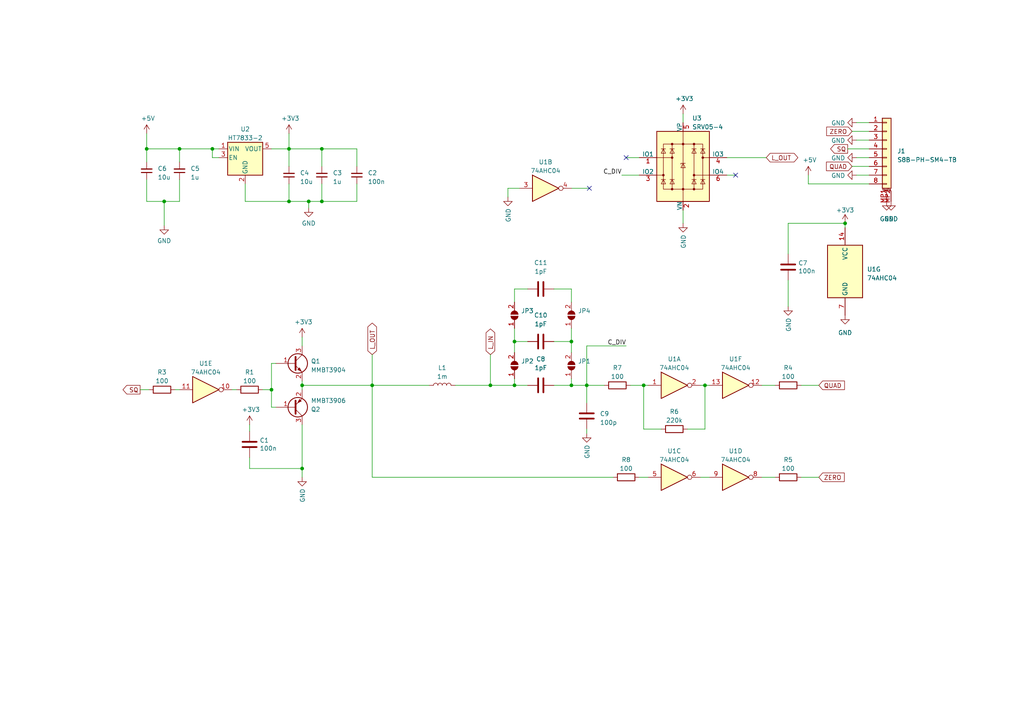
<source format=kicad_sch>
(kicad_sch (version 20230121) (generator eeschema)
  (paper "A4")
  (lib_symbols
    (symbol "74xx:74AHC04"
      (property "Reference" "U" (at 0 1.27 0))
      (property "Value" "74AHC04" (at 0 -1.27 0))
      (symbol "74AHC04_1_0"
        (polyline (pts (xy -3.81 3.81) (xy -3.81 -3.81) (xy 3.81 0) (xy -3.81 3.81)) (stroke (width 0.254)) (fill (type background)))
        (pin input line (at -7.62 0 0) (length 3.81) (name "~") (number "1"))
        (pin output inverted (at 7.62 0 180) (length 3.81) (name "~") (number "2"))
      )
      (symbol "74AHC04_2_0"
        (polyline (pts (xy -3.81 3.81) (xy -3.81 -3.81) (xy 3.81 0) (xy -3.81 3.81)) (stroke (width 0.254)) (fill (type background)))
        (pin input line (at -7.62 0 0) (length 3.81) (name "~") (number "3"))
        (pin output inverted (at 7.62 0 180) (length 3.81) (name "~") (number "4"))
      )
      (symbol "74AHC04_3_0"
        (polyline (pts (xy -3.81 3.81) (xy -3.81 -3.81) (xy 3.81 0) (xy -3.81 3.81)) (stroke (width 0.254)) (fill (type background)))
        (pin input line (at -7.62 0 0) (length 3.81) (name "~") (number "5"))
        (pin output inverted (at 7.62 0 180) (length 3.81) (name "~") (number "6"))
      )
      (symbol "74AHC04_4_0"
        (polyline (pts (xy -3.81 3.81) (xy -3.81 -3.81) (xy 3.81 0) (xy -3.81 3.81)) (stroke (width 0.254)) (fill (type background)))
        (pin output inverted (at 7.62 0 180) (length 3.81) (name "~") (number "8"))
        (pin input line (at -7.62 0 0) (length 3.81) (name "~") (number "9"))
      )
      (symbol "74AHC04_5_0"
        (polyline (pts (xy -3.81 3.81) (xy -3.81 -3.81) (xy 3.81 0) (xy -3.81 3.81)) (stroke (width 0.254)) (fill (type background)))
        (pin output inverted (at 7.62 0 180) (length 3.81) (name "~") (number "10"))
        (pin input line (at -7.62 0 0) (length 3.81) (name "~") (number "11"))
      )
      (symbol "74AHC04_6_0"
        (polyline (pts (xy -3.81 3.81) (xy -3.81 -3.81) (xy 3.81 0) (xy -3.81 3.81)) (stroke (width 0.254)) (fill (type background)))
        (pin output inverted (at 7.62 0 180) (length 3.81) (name "~") (number "12"))
        (pin input line (at -7.62 0 0) (length 3.81) (name "~") (number "13"))
      )
      (symbol "74AHC04_7_0"
        (pin power_in line (at 0 12.7 270) (length 5.08) (name "VCC") (number "14"))
        (pin power_in line (at 0 -12.7 90) (length 5.08) (name "GND") (number "7"))
      )
      (symbol "74AHC04_7_1"
        (rectangle (start -5.08 7.62) (end 5.08 -7.62) (stroke (width 0.254)) (fill (type background)))
      )
    )
    (symbol "Device:C" (pin_numbers hide) (pin_names (offset 0.254))
      (property "Reference" "C" (at 0.635 2.54 0))
      (property "Value" "C" (at 0.635 -2.54 0))
      (symbol "C_0_1"
        (polyline (pts (xy -2.032 -0.762) (xy 2.032 -0.762)) (stroke (width 0.508)))
        (polyline (pts (xy -2.032 0.762) (xy 2.032 0.762)) (stroke (width 0.508)))
      )
      (symbol "C_1_1"
        (pin passive line (at 0 3.81 270) (length 2.794) (name "~") (number "1"))
        (pin passive line (at 0 -3.81 90) (length 2.794) (name "~") (number "2"))
      )
    )
    (symbol "Device:C_Small" (pin_numbers hide) (pin_names (offset 0.254) hide)
      (property "Reference" "C" (at 0.254 1.778 0))
      (property "Value" "C_Small" (at 0.254 -2.032 0))
      (symbol "C_Small_0_1"
        (polyline (pts (xy -1.524 -0.508) (xy 1.524 -0.508)) (stroke (width 0.3302)))
        (polyline (pts (xy -1.524 0.508) (xy 1.524 0.508)) (stroke (width 0.3048)))
      )
      (symbol "C_Small_1_1"
        (pin passive line (at 0 2.54 270) (length 2.032) (name "~") (number "1"))
        (pin passive line (at 0 -2.54 90) (length 2.032) (name "~") (number "2"))
      )
    )
    (symbol "Device:L" (pin_numbers hide) (pin_names (offset 1.016) hide)
      (property "Reference" "L" (at -1.27 0 90))
      (property "Value" "L" (at 1.905 0 90))
      (symbol "L_0_1"
        (arc (start 0 -2.54) (mid 0.6323 -1.905) (end 0 -1.27))
        (arc (start 0 -1.27) (mid 0.6323 -0.635) (end 0 0))
        (arc (start 0 0) (mid 0.6323 0.635) (end 0 1.27))
        (arc (start 0 1.27) (mid 0.6323 1.905) (end 0 2.54))
      )
      (symbol "L_1_1"
        (pin passive line (at 0 3.81 270) (length 1.27) (name "1") (number "1"))
        (pin passive line (at 0 -3.81 90) (length 1.27) (name "2") (number "2"))
      )
    )
    (symbol "Device:R" (pin_numbers hide) (pin_names (offset 0))
      (property "Reference" "R" (at 2.032 0 90))
      (property "Value" "R" (at 0 0 90))
      (symbol "R_0_1"
        (rectangle (start -1.016 -2.54) (end 1.016 2.54) (stroke (width 0.254)))
      )
      (symbol "R_1_1"
        (pin passive line (at 0 3.81 270) (length 1.27) (name "~") (number "1"))
        (pin passive line (at 0 -3.81 90) (length 1.27) (name "~") (number "2"))
      )
    )
    (symbol "Jumper:SolderJumper_2_Open" (pin_names (offset 0) hide)
      (property "Reference" "JP" (at 0 2.032 0))
      (property "Value" "SolderJumper_2_Open" (at 0 -2.54 0))
      (symbol "SolderJumper_2_Open_0_1"
        (arc (start -0.254 1.016) (mid -1.2656 0) (end -0.254 -1.016))
        (arc (start -0.254 1.016) (mid -1.2656 0) (end -0.254 -1.016) (fill (type outline)))
        (polyline (pts (xy -0.254 1.016) (xy -0.254 -1.016)))
        (polyline (pts (xy 0.254 1.016) (xy 0.254 -1.016)))
        (arc (start 0.254 -1.016) (mid 1.2656 0) (end 0.254 1.016))
        (arc (start 0.254 -1.016) (mid 1.2656 0) (end 0.254 1.016) (fill (type outline)))
      )
      (symbol "SolderJumper_2_Open_1_1"
        (pin passive line (at -3.81 0 0) (length 2.54) (name "A") (number "1"))
        (pin passive line (at 3.81 0 180) (length 2.54) (name "B") (number "2"))
      )
    )
    (symbol "Power_Protection:SRV05-4" (pin_names (offset 0))
      (property "Reference" "U" (at -5.08 11.43 0))
      (property "Value" "SRV05-4" (at 2.54 11.43 0))
      (symbol "SRV05-4_0_0"
        (rectangle (start -5.715 6.477) (end 5.715 -6.604))
        (polyline (pts (xy -3.175 -6.604) (xy -3.175 6.477)))
        (polyline (pts (xy 3.175 6.477) (xy 3.175 -6.604)))
      )
      (symbol "SRV05-4_0_1"
        (rectangle (start -7.62 10.16) (end 7.62 -10.16) (stroke (width 0.254)) (fill (type background)))
        (circle (center -5.715 -2.54) (radius 0.2794) (fill (type outline)))
        (circle (center -3.175 -6.604) (radius 0.2794) (fill (type outline)))
        (circle (center -3.175 2.54) (radius 0.2794) (fill (type outline)))
        (circle (center -3.175 6.477) (radius 0.2794) (fill (type outline)))
        (circle (center 0 -6.604) (radius 0.2794) (fill (type outline)))
        (polyline (pts (xy -7.747 2.54) (xy -3.175 2.54)))
        (polyline (pts (xy -7.62 -2.54) (xy -5.715 -2.54)))
        (polyline (pts (xy -5.08 -3.81) (xy -6.35 -3.81)))
        (polyline (pts (xy -5.08 5.08) (xy -6.35 5.08)))
        (polyline (pts (xy -2.54 -3.81) (xy -3.81 -3.81)))
        (polyline (pts (xy -2.54 5.08) (xy -3.81 5.08)))
        (polyline (pts (xy 0 10.16) (xy 0 -10.16)))
        (polyline (pts (xy 3.81 -3.81) (xy 2.54 -3.81)))
        (polyline (pts (xy 3.81 5.08) (xy 2.54 5.08)))
        (polyline (pts (xy 6.35 -3.81) (xy 5.08 -3.81)))
        (polyline (pts (xy 6.35 5.08) (xy 5.08 5.08)))
        (polyline (pts (xy 7.62 -2.54) (xy 3.175 -2.54)))
        (polyline (pts (xy 7.62 2.54) (xy 5.715 2.54)))
        (polyline (pts (xy 0.635 0.889) (xy -0.635 0.889) (xy -0.635 0.635)))
        (polyline (pts (xy -5.08 -5.08) (xy -6.35 -5.08) (xy -5.715 -3.81) (xy -5.08 -5.08)))
        (polyline (pts (xy -5.08 3.81) (xy -6.35 3.81) (xy -5.715 5.08) (xy -5.08 3.81)))
        (polyline (pts (xy -2.54 -5.08) (xy -3.81 -5.08) (xy -3.175 -3.81) (xy -2.54 -5.08)))
        (polyline (pts (xy -2.54 3.81) (xy -3.81 3.81) (xy -3.175 5.08) (xy -2.54 3.81)))
        (polyline (pts (xy 0.635 -0.381) (xy -0.635 -0.381) (xy 0 0.889) (xy 0.635 -0.381)))
        (polyline (pts (xy 3.81 -5.08) (xy 2.54 -5.08) (xy 3.175 -3.81) (xy 3.81 -5.08)))
        (polyline (pts (xy 3.81 3.81) (xy 2.54 3.81) (xy 3.175 5.08) (xy 3.81 3.81)))
        (polyline (pts (xy 6.35 -5.08) (xy 5.08 -5.08) (xy 5.715 -3.81) (xy 6.35 -5.08)))
        (polyline (pts (xy 6.35 3.81) (xy 5.08 3.81) (xy 5.715 5.08) (xy 6.35 3.81)))
        (circle (center 0 6.477) (radius 0.2794) (fill (type outline)))
        (circle (center 3.175 -6.604) (radius 0.2794) (fill (type outline)))
        (circle (center 3.175 -2.54) (radius 0.2794) (fill (type outline)))
        (circle (center 3.175 6.477) (radius 0.2794) (fill (type outline)))
        (circle (center 5.715 2.54) (radius 0.2794) (fill (type outline)))
      )
      (symbol "SRV05-4_1_1"
        (pin passive line (at -12.7 2.54 0) (length 5.08) (name "IO1") (number "1"))
        (pin passive line (at 0 -12.7 90) (length 2.54) (name "VN") (number "2"))
        (pin passive line (at -12.7 -2.54 0) (length 5.08) (name "IO2") (number "3"))
        (pin passive line (at 12.7 2.54 180) (length 5.08) (name "IO3") (number "4"))
        (pin passive line (at 0 12.7 270) (length 2.54) (name "VP") (number "5"))
        (pin passive line (at 12.7 -2.54 180) (length 5.08) (name "IO4") (number "6"))
      )
    )
    (symbol "Regulator_Linear:AP2112K-3.3" (pin_names (offset 0.254))
      (property "Reference" "U" (at -5.08 5.715 0))
      (property "Value" "AP2112K-3.3" (at 0 5.715 0))
      (symbol "AP2112K-3.3_0_1"
        (rectangle (start -5.08 4.445) (end 5.08 -5.08) (stroke (width 0.254)) (fill (type background)))
      )
      (symbol "AP2112K-3.3_1_1"
        (pin power_in line (at -7.62 2.54 0) (length 2.54) (name "VIN") (number "1"))
        (pin power_in line (at 0 -7.62 90) (length 2.54) (name "GND") (number "2"))
        (pin input line (at -7.62 0 0) (length 2.54) (name "EN") (number "3"))
        (pin no_connect line (at 5.08 0 180) (length 2.54) hide (name "NC") (number "4"))
        (pin power_out line (at 7.62 2.54 180) (length 2.54) (name "VOUT") (number "5"))
      )
    )
    (symbol "Transistor_BJT:MMBT3904" (pin_names (offset 0) hide)
      (property "Reference" "Q" (at 5.08 1.905 0))
      (property "Value" "MMBT3904" (at 5.08 0 0))
      (symbol "MMBT3904_0_1"
        (polyline (pts (xy 0.635 0.635) (xy 2.54 2.54)))
        (polyline (pts (xy 0.635 -0.635) (xy 2.54 -2.54) (xy 2.54 -2.54)))
        (polyline (pts (xy 0.635 1.905) (xy 0.635 -1.905) (xy 0.635 -1.905)) (stroke (width 0.508)))
        (polyline (pts (xy 1.27 -1.778) (xy 1.778 -1.27) (xy 2.286 -2.286) (xy 1.27 -1.778) (xy 1.27 -1.778)) (fill (type outline)))
        (circle (center 1.27 0) (radius 2.8194) (stroke (width 0.254)))
      )
      (symbol "MMBT3904_1_1"
        (pin input line (at -5.08 0 0) (length 5.715) (name "B") (number "1"))
        (pin passive line (at 2.54 -5.08 90) (length 2.54) (name "E") (number "2"))
        (pin passive line (at 2.54 5.08 270) (length 2.54) (name "C") (number "3"))
      )
    )
    (symbol "Transistor_BJT:MMBT3906" (pin_names (offset 0) hide)
      (property "Reference" "Q" (at 5.08 1.905 0))
      (property "Value" "MMBT3906" (at 5.08 0 0))
      (symbol "MMBT3906_0_1"
        (polyline (pts (xy 0.635 0.635) (xy 2.54 2.54)))
        (polyline (pts (xy 0.635 -0.635) (xy 2.54 -2.54) (xy 2.54 -2.54)))
        (polyline (pts (xy 0.635 1.905) (xy 0.635 -1.905) (xy 0.635 -1.905)) (stroke (width 0.508)))
        (polyline (pts (xy 2.286 -1.778) (xy 1.778 -2.286) (xy 1.27 -1.27) (xy 2.286 -1.778) (xy 2.286 -1.778)) (fill (type outline)))
        (circle (center 1.27 0) (radius 2.8194) (stroke (width 0.254)))
      )
      (symbol "MMBT3906_1_1"
        (pin input line (at -5.08 0 0) (length 5.715) (name "B") (number "1"))
        (pin passive line (at 2.54 -5.08 90) (length 2.54) (name "E") (number "2"))
        (pin passive line (at 2.54 5.08 270) (length 2.54) (name "C") (number "3"))
      )
    )
    (symbol "assorted:Conn_01x08_MountingPin" (pin_names (offset 1.016) hide)
      (property "Reference" "J4" (at 5.08 2.54 90))
      (property "Value" "S8B-PH-SM4-TB" (at 2.54 10.16 90))
      (symbol "Conn_01x08_MountingPin_1_1"
        (rectangle (start -1.27 -10.033) (end 0 -10.287) (stroke (width 0.1524)))
        (rectangle (start -1.27 -7.493) (end 0 -7.747) (stroke (width 0.1524)))
        (rectangle (start -1.27 -4.953) (end 0 -5.207) (stroke (width 0.1524)))
        (rectangle (start -1.27 -2.413) (end 0 -2.667) (stroke (width 0.1524)))
        (rectangle (start -1.27 0.127) (end 0 -0.127) (stroke (width 0.1524)))
        (rectangle (start -1.27 2.667) (end 0 2.413) (stroke (width 0.1524)))
        (rectangle (start -1.27 5.207) (end 0 4.953) (stroke (width 0.1524)))
        (rectangle (start -1.27 7.747) (end 0 7.493) (stroke (width 0.1524)))
        (rectangle (start -1.27 8.89) (end 1.27 -11.43) (stroke (width 0.254)) (fill (type background)))
        (polyline (pts (xy -1.016 -12.192) (xy 1.016 -12.192)) (stroke (width 0.1524)))
        (text "Mounting" (at 0 -11.811 0) (effects (font (size 0.381 0.381))))
        (pin passive line (at -5.08 7.62 0) (length 3.81) (name "Pin_1") (number "1"))
        (pin passive line (at -5.08 5.08 0) (length 3.81) (name "Pin_2") (number "2"))
        (pin passive line (at -5.08 2.54 0) (length 3.81) (name "Pin_3") (number "3"))
        (pin passive line (at -5.08 0 0) (length 3.81) (name "Pin_4") (number "4"))
        (pin passive line (at -5.08 -2.54 0) (length 3.81) (name "Pin_5") (number "5"))
        (pin passive line (at -5.08 -5.08 0) (length 3.81) (name "Pin_6") (number "6"))
        (pin passive line (at -5.08 -7.62 0) (length 3.81) (name "Pin_7") (number "7"))
        (pin passive line (at -5.08 -10.16 0) (length 3.81) (name "Pin_8") (number "8"))
        (pin passive line (at 0 -15.24 90) (length 3.048) (name "MountPin1") (number "MP1"))
        (pin passive line (at 1.27 -15.24 90) (length 3.048) (name "MountPin2") (number "MP2"))
      )
    )
    (symbol "power:+3V3" (power) (pin_names (offset 0))
      (property "Value" "+3V3" (at 0 3.556 0))
      (symbol "+3V3_0_1"
        (polyline (pts (xy -0.762 1.27) (xy 0 2.54)))
        (polyline (pts (xy 0 0) (xy 0 2.54)))
        (polyline (pts (xy 0 2.54) (xy 0.762 1.27)))
      )
      (symbol "+3V3_1_1"
        (pin power_in line (at 0 0 90) (length 0) hide (name "+3V3") (number "1"))
      )
    )
    (symbol "power:+5V" (power) (pin_names (offset 0))
      (property "Value" "+5V" (at 0 3.556 0))
      (symbol "+5V_0_1"
        (polyline (pts (xy -0.762 1.27) (xy 0 2.54)))
        (polyline (pts (xy 0 0) (xy 0 2.54)))
        (polyline (pts (xy 0 2.54) (xy 0.762 1.27)))
      )
      (symbol "+5V_1_1"
        (pin power_in line (at 0 0 90) (length 0) hide (name "+5V") (number "1"))
      )
    )
    (symbol "power:GND" (power) (pin_names (offset 0))
      (property "Value" "GND" (at 0 -3.81 0))
      (symbol "GND_0_1"
        (polyline (pts (xy 0 0) (xy 0 -1.27) (xy 1.27 -1.27) (xy 0 -2.54) (xy -1.27 -1.27) (xy 0 -1.27)))
      )
      (symbol "GND_1_1"
        (pin power_in line (at 0 0 270) (length 0) hide (name "GND") (number "1"))
      )
    )
  )
  (junction (at 170.18 111.76))
  (junction (at 204.47 111.76))
  (junction (at 87.63 135.89))
  (junction (at 78.74 113.03))
  (junction (at 245.11 64.77))
  (junction (at 61.595 43.18))
  (junction (at 87.63 111.76))
  (junction (at 165.735 99.06))
  (junction (at 93.345 43.18))
  (junction (at 47.625 58.42))
  (junction (at 149.225 99.06))
  (junction (at 186.69 111.76))
  (junction (at 149.225 111.76))
  (junction (at 142.24 111.76))
  (junction (at 83.82 43.18))
  (junction (at 89.535 58.42))
  (junction (at 52.07 43.18))
  (junction (at 93.345 58.42))
  (junction (at 165.735 111.76))
  (junction (at 107.95 111.76))
  (junction (at 42.545 43.18))
  (junction (at 83.82 58.42))
  (no_connect (at 181.61 45.72))
  (no_connect (at 213.36 50.8))
  (no_connect (at 170.942 54.61))
  (wire (pts (xy 252.095 35.56) (xy 248.412 35.56)))
  (wire (pts (xy 61.595 45.72) (xy 61.595 43.18)))
  (wire (pts (xy 42.545 43.18) (xy 52.07 43.18)))
  (wire (pts (xy 160.655 83.82) (xy 165.735 83.82)))
  (wire (pts (xy 67.31 113.03) (xy 68.58 113.03)))
  (wire (pts (xy 78.74 43.18) (xy 83.82 43.18)))
  (wire (pts (xy 234.442 53.34) (xy 252.095 53.34)))
  (wire (pts (xy 42.545 46.99) (xy 42.545 43.18)))
  (wire (pts (xy 87.63 135.89) (xy 87.63 138.43)))
  (wire (pts (xy 52.07 52.07) (xy 52.07 58.42)))
  (wire (pts (xy 78.74 113.03) (xy 78.74 118.11)))
  (wire (pts (xy 50.8 113.03) (xy 52.07 113.03)))
  (wire (pts (xy 245.11 64.77) (xy 245.11 66.04)))
  (wire (pts (xy 87.63 110.49) (xy 87.63 111.76)))
  (wire (pts (xy 182.88 111.76) (xy 186.69 111.76)))
  (wire (pts (xy 198.12 60.96) (xy 198.12 64.77)))
  (wire (pts (xy 93.345 53.34) (xy 93.345 58.42)))
  (wire (pts (xy 180.34 50.8) (xy 185.42 50.8)))
  (wire (pts (xy 142.24 111.76) (xy 149.225 111.76)))
  (wire (pts (xy 93.345 43.18) (xy 103.505 43.18)))
  (wire (pts (xy 170.18 111.76) (xy 170.18 116.84)))
  (wire (pts (xy 234.442 50.8) (xy 234.442 53.34)))
  (wire (pts (xy 237.49 138.43) (xy 232.41 138.43)))
  (wire (pts (xy 247.142 38.1) (xy 252.095 38.1)))
  (wire (pts (xy 80.01 105.41) (xy 78.74 105.41)))
  (wire (pts (xy 93.345 58.42) (xy 103.505 58.42)))
  (wire (pts (xy 72.39 123.19) (xy 72.39 125.095)))
  (wire (pts (xy 224.79 138.43) (xy 220.98 138.43)))
  (wire (pts (xy 83.82 58.42) (xy 71.12 58.42)))
  (wire (pts (xy 185.42 138.43) (xy 187.96 138.43)))
  (wire (pts (xy 198.12 33.02) (xy 198.12 35.56)))
  (wire (pts (xy 76.2 113.03) (xy 78.74 113.03)))
  (wire (pts (xy 149.225 99.06) (xy 149.225 102.235)))
  (wire (pts (xy 42.545 52.07) (xy 42.545 58.42)))
  (wire (pts (xy 83.82 43.18) (xy 93.345 43.18)))
  (wire (pts (xy 165.735 99.06) (xy 165.735 102.235)))
  (wire (pts (xy 83.82 43.18) (xy 83.82 48.26)))
  (wire (pts (xy 160.655 111.76) (xy 165.735 111.76)))
  (wire (pts (xy 89.535 58.42) (xy 93.345 58.42)))
  (wire (pts (xy 52.07 43.18) (xy 61.595 43.18)))
  (wire (pts (xy 147.32 57.15) (xy 147.32 54.61)))
  (wire (pts (xy 103.505 53.34) (xy 103.505 58.42)))
  (wire (pts (xy 72.39 132.715) (xy 72.39 135.89)))
  (wire (pts (xy 165.735 95.25) (xy 165.735 99.06)))
  (wire (pts (xy 142.24 102.87) (xy 142.24 111.76)))
  (wire (pts (xy 149.225 95.25) (xy 149.225 99.06)))
  (wire (pts (xy 47.625 58.42) (xy 47.625 65.405)))
  (wire (pts (xy 42.545 38.735) (xy 42.545 43.18)))
  (wire (pts (xy 170.18 111.76) (xy 175.26 111.76)))
  (wire (pts (xy 170.18 100.33) (xy 181.61 100.33)))
  (wire (pts (xy 83.82 53.34) (xy 83.82 58.42)))
  (wire (pts (xy 149.225 111.76) (xy 153.035 111.76)))
  (wire (pts (xy 186.69 111.76) (xy 186.69 124.46)))
  (wire (pts (xy 87.63 123.19) (xy 87.63 135.89)))
  (wire (pts (xy 205.74 138.43) (xy 203.2 138.43)))
  (wire (pts (xy 132.08 111.76) (xy 142.24 111.76)))
  (wire (pts (xy 252.095 50.8) (xy 248.412 50.8)))
  (wire (pts (xy 210.82 50.8) (xy 213.36 50.8)))
  (wire (pts (xy 83.82 58.42) (xy 89.535 58.42)))
  (wire (pts (xy 40.64 113.03) (xy 43.18 113.03)))
  (wire (pts (xy 224.79 111.76) (xy 220.98 111.76)))
  (wire (pts (xy 204.47 111.76) (xy 203.2 111.76)))
  (wire (pts (xy 210.82 45.72) (xy 222.25 45.72)))
  (wire (pts (xy 199.39 124.46) (xy 204.47 124.46)))
  (wire (pts (xy 42.545 58.42) (xy 47.625 58.42)))
  (wire (pts (xy 170.18 100.33) (xy 170.18 111.76)))
  (wire (pts (xy 107.95 138.43) (xy 177.8 138.43)))
  (wire (pts (xy 89.535 58.42) (xy 89.535 60.325)))
  (wire (pts (xy 87.63 111.76) (xy 87.63 113.03)))
  (wire (pts (xy 72.39 135.89) (xy 87.63 135.89)))
  (wire (pts (xy 147.32 54.61) (xy 150.622 54.61)))
  (wire (pts (xy 83.82 38.735) (xy 83.82 43.18)))
  (wire (pts (xy 160.655 99.06) (xy 165.735 99.06)))
  (wire (pts (xy 78.74 105.41) (xy 78.74 113.03)))
  (wire (pts (xy 165.735 111.76) (xy 170.18 111.76)))
  (wire (pts (xy 149.225 83.82) (xy 153.035 83.82)))
  (wire (pts (xy 103.505 48.26) (xy 103.505 43.18)))
  (wire (pts (xy 107.95 138.43) (xy 107.95 111.76)))
  (wire (pts (xy 228.6 73.66) (xy 228.6 64.77)))
  (wire (pts (xy 47.625 58.42) (xy 52.07 58.42)))
  (wire (pts (xy 61.595 43.18) (xy 63.5 43.18)))
  (wire (pts (xy 186.69 111.76) (xy 187.96 111.76)))
  (wire (pts (xy 149.225 99.06) (xy 153.035 99.06)))
  (wire (pts (xy 186.69 124.46) (xy 191.77 124.46)))
  (wire (pts (xy 247.142 48.26) (xy 252.095 48.26)))
  (wire (pts (xy 78.74 118.11) (xy 80.01 118.11)))
  (wire (pts (xy 228.6 81.28) (xy 228.6 88.9)))
  (wire (pts (xy 237.49 111.76) (xy 232.41 111.76)))
  (wire (pts (xy 149.225 83.82) (xy 149.225 87.63)))
  (wire (pts (xy 165.735 83.82) (xy 165.735 87.63)))
  (wire (pts (xy 87.63 111.76) (xy 107.95 111.76)))
  (wire (pts (xy 181.61 45.72) (xy 185.42 45.72)))
  (wire (pts (xy 165.735 109.855) (xy 165.735 111.76)))
  (wire (pts (xy 204.47 124.46) (xy 204.47 111.76)))
  (wire (pts (xy 205.74 111.76) (xy 204.47 111.76)))
  (wire (pts (xy 107.95 111.76) (xy 124.46 111.76)))
  (wire (pts (xy 165.862 54.61) (xy 170.942 54.61)))
  (wire (pts (xy 228.6 64.77) (xy 245.11 64.77)))
  (wire (pts (xy 87.63 97.79) (xy 87.63 100.33)))
  (wire (pts (xy 52.07 43.18) (xy 52.07 46.99)))
  (wire (pts (xy 107.95 102.87) (xy 107.95 111.76)))
  (wire (pts (xy 252.095 45.72) (xy 248.412 45.72)))
  (wire (pts (xy 71.12 58.42) (xy 71.12 53.34)))
  (wire (pts (xy 149.225 109.855) (xy 149.225 111.76)))
  (wire (pts (xy 252.095 40.64) (xy 248.412 40.64)))
  (wire (pts (xy 93.345 43.18) (xy 93.345 48.26)))
  (wire (pts (xy 245.872 43.18) (xy 252.095 43.18)))
  (wire (pts (xy 63.5 45.72) (xy 61.595 45.72)))
  (wire (pts (xy 170.18 124.46) (xy 170.18 125.73)))
  (label "C_DIV" (at 181.61 100.33 180))
  (label "C_DIV" (at 180.34 50.8 180))
  (global_label "L_OUT" (shape bidirectional) (at 107.95 102.87 90) (property "Intersheetrefs" "${INTERSHEET_REFS}" (effects hide)))
  (global_label "L_OUT" (shape bidirectional) (at 222.25 45.72 0) (property "Intersheetrefs" "${INTERSHEET_REFS}" (effects hide)))
  (global_label "SQ" (shape output) (at 245.872 43.18 180) (property "Intersheetrefs" "${INTERSHEET_REFS}" (effects hide)))
  (global_label "QUAD" (shape input) (at 237.49 111.76 0) (property "Intersheetrefs" "${INTERSHEET_REFS}" (effects hide)))
  (global_label "L_IN" (shape bidirectional) (at 142.24 102.87 90) (property "Intersheetrefs" "${INTERSHEET_REFS}" (effects hide)))
  (global_label "SQ" (shape output) (at 40.64 113.03 180) (property "Intersheetrefs" "${INTERSHEET_REFS}" (effects hide)))
  (global_label "QUAD" (shape input) (at 247.142 48.26 180) (property "Intersheetrefs" "${INTERSHEET_REFS}" (effects hide)))
  (global_label "ZERO" (shape input) (at 247.142 38.1 180) (property "Intersheetrefs" "${INTERSHEET_REFS}" (effects hide)))
  (global_label "ZERO" (shape input) (at 237.49 138.43 0) (property "Intersheetrefs" "${INTERSHEET_REFS}" (effects hide)))
  (symbol (lib_id "power:GND") (at 87.63 138.43 0) (unit 1)
    (property "Reference" "#PWR012" (effects hide))
    (property "Value" "GND" (at 87.757 141.6812 90) (effects (justify right)))
  )
  (symbol (lib_id "Device:C_Small") (at 83.82 50.8 180) (unit 1)
    (property "Reference" "C4" (at 86.995 50.1586 0) (effects (justify right)))
    (property "Value" "10u" (at 86.995 52.6986 0) (effects (justify right)))
    (property "Footprint" "Capacitor_SMD:C_0805_2012Metric" (effects hide))
    (property "Datasheet" "https://www.mouser.com/datasheet/2/585/MLCC-1837944.pdf" (effects hide))
    (property "MPN" "CL21A106KAYNNNG" (effects hide))
    (property "Supplier" "Mouser" (effects hide))
    (property "Supplier URL" "https://www.mouser.com/ProductDetail/187-CL21A106KAYNNNG" (effects hide))
    (property "LCSC" "C440198" (effects hide))
  )
  (symbol (lib_id "Transistor_BJT:MMBT3904") (at 85.09 105.41 0) (unit 1)
    (property "Reference" "Q1" (at 90.17 104.775 0) (effects (justify left)))
    (property "Value" "MMBT3904" (at 90.17 107.315 0) (effects (justify left)))
    (property "Footprint" "Package_TO_SOT_SMD:SOT-23" (effects hide))
    (property "Datasheet" "https://www.mouser.com/datasheet/2/115/DIOD_S_A0003133141_1-2542424.pdf" (effects hide))
    (property "MPN" "MMBT3904-7-F " (effects hide))
    (property "Supplier" "Mouser" (effects hide))
    (property "Supplier URL" "https://www.mouser.com/ProductDetail/Diodes-Incorporated/MMBT3904-7-F?qs=7F%2FY8wl6X3H3eL7tHVWSBQ%3D%3D" (effects hide))
    (property "LCSC" "C20526" (effects hide))
  )
  (symbol (lib_id "Regulator_Linear:AP2112K-3.3") (at 71.12 45.72 0) (unit 1)
    (property "Reference" "U2" (at 71.12 37.465 0))
    (property "Value" "HT7833-2" (at 71.12 40.005 0))
    (property "Footprint" "Package_TO_SOT_SMD:SOT-23-5" (effects hide))
    (property "Datasheet" "https://datasheet.lcsc.com/lcsc/1809291540_Holtek-Semicon-HT7833_C164106.pdf" (effects hide))
    (property "MPN" "HT7833-2" (effects hide))
    (property "LCSC" "C164106" (effects hide))
  )
  (symbol (lib_id "74xx:74AHC04") (at 59.69 113.03 0) (unit 5)
    (property "Reference" "U1" (at 59.69 105.41 0))
    (property "Value" "74AHC04" (at 59.69 107.95 0))
    (property "Footprint" "Package_SO:SOIC-14_3.9x8.7mm_P1.27mm" (effects hide))
    (property "Datasheet" "https://www.ti.com/general/docs/suppproductinfo.tsp?distId=26&gotoUrl=https://www.ti.com/lit/gpn/sn54ahc04" (effects hide))
    (property "MPN" "SN74AHC04DRG4" (effects hide))
    (property "Supplier" "Mouser" (effects hide))
    (property "Supplier URL" "https://www.mouser.com/ProductDetail/Texas-Instruments/SN74AHC04DRG4?qs=pdM4geFiyZSkdwTxp1bsAw%3D%3D" (effects hide))
    (property "LCSC" "C8131" (effects hide))
  )
  (symbol (lib_id "Jumper:SolderJumper_2_Open") (at 149.225 106.045 90) (unit 1) (in_bom no)
    (property "Reference" "JP2" (at 151.13 104.775 90) (effects (justify right)))
    (property "Value" "SolderJumper_2_Open" (effects hide))
    (property "Footprint" "theremin:SolderJumper-0.5mm-Tiny" (effects hide))
  )
  (symbol (lib_id "power:+5V") (at 42.545 38.735 0) (unit 1)
    (property "Reference" "#PWR01" (effects hide))
    (property "Value" "+5V" (at 42.926 34.3408 0))
  )
  (symbol (lib_id "Device:R") (at 179.07 111.76 90) (unit 1)
    (property "Reference" "R7" (at 179.07 106.68 90))
    (property "Value" "100" (at 179.07 109.22 90))
    (property "Footprint" "Resistor_SMD:R_0603_1608Metric" (effects hide))
    (property "LCSC" "C22775" (effects hide))
  )
  (symbol (lib_id "74xx:74AHC04") (at 158.242 54.61 0) (unit 2)
    (property "Reference" "U1" (at 158.242 46.99 0))
    (property "Value" "74AHC04" (at 158.242 49.53 0))
    (property "Footprint" "Package_SO:SOIC-14_3.9x8.7mm_P1.27mm" (effects hide))
    (property "Datasheet" "https://www.ti.com/general/docs/suppproductinfo.tsp?distId=26&gotoUrl=https://www.ti.com/lit/gpn/sn54ahc04" (effects hide))
    (property "MPN" "SN74AHC04DRG4" (effects hide))
    (property "Supplier" "Mouser" (effects hide))
    (property "Supplier URL" "https://www.mouser.com/ProductDetail/Texas-Instruments/SN74AHC04DRG4?qs=pdM4geFiyZSkdwTxp1bsAw%3D%3D" (effects hide))
    (property "LCSC" "C8131" (effects hide))
  )
  (symbol (lib_id "Device:C") (at 72.39 128.905 0) (unit 1)
    (property "Reference" "C1" (at 75.311 127.7366 0) (effects (justify left)))
    (property "Value" "100n" (at 75.311 130.048 0) (effects (justify left)))
    (property "Footprint" "Capacitor_SMD:C_0603_1608Metric" (effects hide))
    (property "Datasheet" "https://search.murata.co.jp/Ceramy/image/img/A01X/G101/ENG/GRM188R71E104KA01-01.pdf" (effects hide))
    (property "MPN" "GRM188R71E104KA01D" (effects hide))
    (property "Notes" "Common" (effects hide))
    (property "Supplier" "Digi-Key" (effects hide))
    (property "Supplier URL" "https://www.digikey.com/en/products/detail/murata-electronics/GRM188R71E104KA01D/587154" (effects hide))
    (property "LCSC" "C14663" (effects hide))
  )
  (symbol (lib_id "power:GND") (at 147.32 57.15 0) (unit 1)
    (property "Reference" "#PWR016" (effects hide))
    (property "Value" "GND" (at 147.447 60.4012 90) (effects (justify right)))
  )
  (symbol (lib_id "Device:C") (at 228.6 77.47 0) (unit 1)
    (property "Reference" "C7" (at 231.521 76.3016 0) (effects (justify left)))
    (property "Value" "100n" (at 231.521 78.613 0) (effects (justify left)))
    (property "Footprint" "Capacitor_SMD:C_0603_1608Metric" (effects hide))
    (property "Datasheet" "https://search.murata.co.jp/Ceramy/image/img/A01X/G101/ENG/GRM188R71E104KA01-01.pdf" (effects hide))
    (property "MPN" "GRM188R71E104KA01D" (effects hide))
    (property "Notes" "Common" (effects hide))
    (property "Supplier" "Digi-Key" (effects hide))
    (property "Supplier URL" "https://www.digikey.com/en/products/detail/murata-electronics/GRM188R71E104KA01D/587154" (effects hide))
    (property "LCSC" "C14663" (effects hide))
  )
  (symbol (lib_id "Device:C") (at 156.845 111.76 270) (unit 1) (in_bom no)
    (property "Reference" "C8" (at 156.845 104.14 90))
    (property "Value" "1pF" (at 156.845 106.68 90))
    (property "Footprint" "theremin:testpoint_cap_1pf" (effects hide))
  )
  (symbol (lib_id "power:+3V3") (at 72.39 123.19 0) (unit 1)
    (property "Reference" "#PWR07" (effects hide))
    (property "Value" "+3V3" (at 72.771 118.7958 0))
  )
  (symbol (lib_id "Device:C") (at 156.845 83.82 270) (unit 1) (in_bom no)
    (property "Reference" "C11" (at 156.845 76.2 90))
    (property "Value" "1pF" (at 156.845 78.74 90))
    (property "Footprint" "theremin:testpoint_cap_1pf" (effects hide))
  )
  (symbol (lib_id "Transistor_BJT:MMBT3906") (at 85.09 118.11 0) (mirror x) (unit 1)
    (property "Reference" "Q2" (at 90.17 118.745 0) (effects (justify left)))
    (property "Value" "MMBT3906" (at 90.17 116.205 0) (effects (justify left)))
    (property "Footprint" "Package_TO_SOT_SMD:SOT-23" (effects hide))
    (property "Datasheet" "https://www.mouser.com/datasheet/2/115/DIOD_S_A0012992517_1-2513078.pdf" (effects hide))
    (property "MPN" "MMBT3906-7-F" (effects hide))
    (property "Supplier" "Mouser" (effects hide))
    (property "Supplier URL" "https://www.mouser.com/ProductDetail/Diodes-Incorporated/MMBT3906-7-F?qs=wWyd8J8HCZnomk3dzpYZYw%3D%3D" (effects hide))
    (property "LCSC" "C2143" (effects hide))
  )
  (symbol (lib_id "power:GND") (at 228.6 88.9 0) (unit 1)
    (property "Reference" "#PWR06" (effects hide))
    (property "Value" "GND" (at 228.727 92.1512 90) (effects (justify right)))
  )
  (symbol (lib_id "power:GND") (at 248.412 35.56 270) (unit 1)
    (property "Reference" "#PWR021" (effects hide))
    (property "Value" "GND" (at 245.1608 35.687 90) (effects (justify right)))
  )
  (symbol (lib_id "Jumper:SolderJumper_2_Open") (at 165.735 91.44 90) (unit 1) (in_bom no)
    (property "Reference" "JP4" (at 167.64 90.17 90) (effects (justify right)))
    (property "Value" "SolderJumper_2_Open" (effects hide))
    (property "Footprint" "theremin:SolderJumper-0.5mm-Tiny" (effects hide))
  )
  (symbol (lib_id "power:+3V3") (at 245.11 64.77 0) (unit 1)
    (property "Reference" "#PWR013" (effects hide))
    (property "Value" "+3V3" (at 245.11 60.96 0))
  )
  (symbol (lib_id "Jumper:SolderJumper_2_Open") (at 149.225 91.44 90) (unit 1) (in_bom no)
    (property "Reference" "JP3" (at 151.13 90.17 90) (effects (justify right)))
    (property "Value" "SolderJumper_2_Open" (effects hide))
    (property "Footprint" "theremin:SolderJumper-0.5mm-Tiny" (effects hide))
  )
  (symbol (lib_id "power:GND") (at 248.412 40.64 270) (unit 1)
    (property "Reference" "#PWR09" (effects hide))
    (property "Value" "GND" (at 245.1608 40.767 90) (effects (justify right)))
  )
  (symbol (lib_id "power:GND") (at 89.535 60.325 0) (unit 1)
    (property "Reference" "#PWR023" (effects hide))
    (property "Value" "GND" (at 89.535 64.77 0))
  )
  (symbol (lib_id "Device:R") (at 195.58 124.46 270) (unit 1)
    (property "Reference" "R6" (at 195.58 119.38 90))
    (property "Value" "220k" (at 195.58 121.92 90))
    (property "Footprint" "Resistor_SMD:R_0603_1608Metric" (effects hide))
    (property "Datasheet" "https://www.mouser.com/ProductDetail/%20603-RC0603FR-13220KL" (effects hide))
    (property "MPN" "RC0603FR-13220KL" (effects hide))
    (property "Supplier" "Mouser" (effects hide))
    (property "LCSC" "C22961" (effects hide))
  )
  (symbol (lib_id "power:+3V3") (at 83.82 38.735 0) (unit 1)
    (property "Reference" "#PWR024" (effects hide))
    (property "Value" "+3V3" (at 84.201 34.3408 0))
  )
  (symbol (lib_id "74xx:74AHC04") (at 213.36 111.76 0) (unit 6)
    (property "Reference" "U1" (at 213.36 104.14 0))
    (property "Value" "74AHC04" (at 213.36 106.68 0))
    (property "Footprint" "Package_SO:SOIC-14_3.9x8.7mm_P1.27mm" (effects hide))
    (property "Datasheet" "https://www.ti.com/general/docs/suppproductinfo.tsp?distId=26&gotoUrl=https://www.ti.com/lit/gpn/sn54ahc04" (effects hide))
    (property "MPN" "SN74AHC04DRG4" (effects hide))
    (property "Supplier" "Mouser" (effects hide))
    (property "Supplier URL" "https://www.mouser.com/ProductDetail/Texas-Instruments/SN74AHC04DRG4?qs=pdM4geFiyZSkdwTxp1bsAw%3D%3D" (effects hide))
    (property "LCSC" "C8131" (effects hide))
  )
  (symbol (lib_id "Device:R") (at 181.61 138.43 90) (unit 1)
    (property "Reference" "R8" (at 181.61 133.35 90))
    (property "Value" "100" (at 181.61 135.89 90))
    (property "Footprint" "Resistor_SMD:R_0603_1608Metric" (effects hide))
    (property "LCSC" "C22775" (effects hide))
  )
  (symbol (lib_id "Device:R") (at 228.6 111.76 90) (unit 1)
    (property "Reference" "R4" (at 228.6 106.68 90))
    (property "Value" "100" (at 228.6 109.22 90))
    (property "Footprint" "Resistor_SMD:R_0603_1608Metric" (effects hide))
    (property "LCSC" "C22775" (effects hide))
  )
  (symbol (lib_id "power:GND") (at 248.412 50.8 270) (unit 1)
    (property "Reference" "#PWR019" (effects hide))
    (property "Value" "GND" (at 245.1608 50.927 90) (effects (justify right)))
  )
  (symbol (lib_id "power:GND") (at 248.412 45.72 270) (unit 1)
    (property "Reference" "#PWR010" (effects hide))
    (property "Value" "GND" (at 245.1608 45.847 90) (effects (justify right)))
  )
  (symbol (lib_id "power:GND") (at 198.12 64.77 0) (unit 1)
    (property "Reference" "#PWR017" (effects hide))
    (property "Value" "GND" (at 198.247 68.0212 90) (effects (justify right)))
  )
  (symbol (lib_id "Device:C") (at 156.845 99.06 270) (unit 1) (in_bom no)
    (property "Reference" "C10" (at 156.845 91.44 90))
    (property "Value" "1pF" (at 156.845 93.98 90))
    (property "Footprint" "theremin:testpoint_cap_1pf" (effects hide))
  )
  (symbol (lib_id "Device:C_Small") (at 93.345 50.8 180) (unit 1)
    (property "Reference" "C3" (at 96.52 50.1586 0) (effects (justify right)))
    (property "Value" "1u" (at 96.52 52.6986 0) (effects (justify right)))
    (property "Footprint" "Capacitor_SMD:C_0603_1608Metric" (effects hide))
    (property "LCSC" "C15849" (effects hide))
  )
  (symbol (lib_id "Device:R") (at 46.99 113.03 90) (unit 1)
    (property "Reference" "R3" (at 46.99 107.95 90))
    (property "Value" "100" (at 46.99 110.49 90))
    (property "Footprint" "Resistor_SMD:R_0603_1608Metric" (effects hide))
    (property "LCSC" "C22775" (effects hide))
  )
  (symbol (lib_id "Device:C_Small") (at 52.07 49.53 180) (unit 1)
    (property "Reference" "C5" (at 55.245 48.8886 0) (effects (justify right)))
    (property "Value" "1u" (at 55.245 51.4286 0) (effects (justify right)))
    (property "Footprint" "Capacitor_SMD:C_0603_1608Metric" (effects hide))
    (property "LCSC" "C15849" (effects hide))
  )
  (symbol (lib_id "power:+3V3") (at 87.63 97.79 0) (unit 1)
    (property "Reference" "#PWR015" (effects hide))
    (property "Value" "+3V3" (at 88.011 93.3958 0))
  )
  (symbol (lib_id "power:GND") (at 257.175 58.42 0) (unit 1)
    (property "Reference" "#PWR02" (effects hide))
    (property "Value" "GND" (at 257.175 63.5 0))
  )
  (symbol (lib_id "74xx:74AHC04") (at 195.58 111.76 0) (unit 1)
    (property "Reference" "U1" (at 195.58 104.14 0))
    (property "Value" "74AHC04" (at 195.58 106.68 0))
    (property "Footprint" "Package_SO:SOIC-14_3.9x8.7mm_P1.27mm" (effects hide))
    (property "Datasheet" "https://www.ti.com/general/docs/suppproductinfo.tsp?distId=26&gotoUrl=https://www.ti.com/lit/gpn/sn54ahc04" (effects hide))
    (property "MPN" "SN74AHC04DRG4" (effects hide))
    (property "Supplier" "Mouser" (effects hide))
    (property "Supplier URL" "https://www.mouser.com/ProductDetail/Texas-Instruments/SN74AHC04DRG4?qs=pdM4geFiyZSkdwTxp1bsAw%3D%3D" (effects hide))
    (property "LCSC" "C8131" (effects hide))
  )
  (symbol (lib_id "power:+5V") (at 234.442 50.8 0) (unit 1)
    (property "Reference" "#PWR020" (effects hide))
    (property "Value" "+5V" (at 234.823 46.4058 0))
  )
  (symbol (lib_id "power:GND") (at 245.11 91.44 0) (unit 1)
    (property "Reference" "#PWR014" (effects hide))
    (property "Value" "GND" (at 245.11 96.52 0))
  )
  (symbol (lib_id "74xx:74AHC04") (at 195.58 138.43 0) (unit 3)
    (property "Reference" "U1" (at 195.58 130.81 0))
    (property "Value" "74AHC04" (at 195.58 133.35 0))
    (property "Footprint" "Package_SO:SOIC-14_3.9x8.7mm_P1.27mm" (effects hide))
    (property "Datasheet" "https://www.ti.com/general/docs/suppproductinfo.tsp?distId=26&gotoUrl=https://www.ti.com/lit/gpn/sn54ahc04" (effects hide))
    (property "MPN" "SN74AHC04DRG4" (effects hide))
    (property "Supplier" "Mouser" (effects hide))
    (property "Supplier URL" "https://www.mouser.com/ProductDetail/Texas-Instruments/SN74AHC04DRG4?qs=pdM4geFiyZSkdwTxp1bsAw%3D%3D" (effects hide))
    (property "LCSC" "C8131" (effects hide))
  )
  (symbol (lib_id "assorted:Conn_01x08_MountingPin") (at 257.175 43.18 0) (unit 1)
    (property "Reference" "J1" (at 260.223 43.815 0) (effects (justify left)))
    (property "Value" "S8B-PH-SM4-TB" (at 260.223 46.355 0) (effects (justify left)))
    (property "Footprint" "theremin:JST_PH_S8B-PH-SM4-TB_1x08-1MP_P2.00mm_Horizontal" (effects hide))
    (property "MPN" "S8B-PH-SM4-TB" (effects hide))
    (property "Supplier" "Digi-Key" (effects hide))
    (property "Supplier URL" "https://www.digikey.com/en/products/detail/jst-sales-america-inc/S8B-PH-SM4-TB-LF-SN/926661" (effects hide))
    (property "Supplier Alt" "Aliexpress" (effects hide))
    (property "Supplier Alt URL" "https://www.aliexpress.us/item/3256805227213161.html" (effects hide))
    (property "LCSC" "C265121" (effects hide))
  )
  (symbol (lib_id "74xx:74AHC04") (at 213.36 138.43 0) (unit 4)
    (property "Reference" "U1" (at 213.36 130.81 0))
    (property "Value" "74AHC04" (at 213.36 133.35 0))
    (property "Footprint" "Package_SO:SOIC-14_3.9x8.7mm_P1.27mm" (effects hide))
    (property "Datasheet" "https://www.ti.com/general/docs/suppproductinfo.tsp?distId=26&gotoUrl=https://www.ti.com/lit/gpn/sn54ahc04" (effects hide))
    (property "MPN" "SN74AHC04DRG4" (effects hide))
    (property "Supplier" "Mouser" (effects hide))
    (property "Supplier URL" "https://www.mouser.com/ProductDetail/Texas-Instruments/SN74AHC04DRG4?qs=pdM4geFiyZSkdwTxp1bsAw%3D%3D" (effects hide))
    (property "LCSC" "C8131" (effects hide))
  )
  (symbol (lib_id "Device:C") (at 170.18 120.65 0) (unit 1)
    (property "Reference" "C9" (at 173.99 120.015 0) (effects (justify left)))
    (property "Value" "100p" (at 173.99 122.555 0) (effects (justify left)))
    (property "Footprint" "Capacitor_SMD:C_0603_1608Metric" (effects hide))
    (property "Datasheet" "https://www.mouser.com/ProductDetail/80-C0603C101K8RAUTO" (effects hide))
    (property "MPN" "C0603C101K8RACAUTO " (effects hide))
    (property "Supplier" "Mouser" (effects hide))
    (property "LCSC" "C14858" (effects hide))
  )
  (symbol (lib_id "power:GND") (at 170.18 125.73 0) (unit 1)
    (property "Reference" "#PWR011" (effects hide))
    (property "Value" "GND" (at 170.307 128.9812 90) (effects (justify right)))
  )
  (symbol (lib_id "Power_Protection:SRV05-4") (at 198.12 48.26 0) (unit 1)
    (property "Reference" "U3" (at 200.7617 34.29 0) (effects (justify left)))
    (property "Value" "SRV05-4" (at 200.7617 36.83 0) (effects (justify left)))
    (property "Footprint" "Package_TO_SOT_SMD:SOT-23-6" (effects hide))
    (property "Datasheet" "https://www.mouser.com/datasheet/2/258/SRV05_4L_SOT23_6L_-2510807.pdf" (effects hide))
    (property "MPN" "SRV05-4L-TP " (effects hide))
    (property "Supplier" "Mouser" (effects hide))
    (property "Supplier URL" "https://www.mouser.com/ProductDetail/Micro-Commercial-Components-MCC/SRV05-4L-TP?qs=SdqRYZZ9IxD6En634ibvWA%3D%3D" (effects hide))
    (property "LCSC" "C85364" (effects hide))
  )
  (symbol (lib_id "power:GND") (at 47.625 65.405 0) (unit 1)
    (property "Reference" "#PWR022" (effects hide))
    (property "Value" "GND" (at 47.625 69.85 0))
  )
  (symbol (lib_id "Device:C_Small") (at 103.505 50.8 180) (unit 1)
    (property "Reference" "C2" (at 106.68 50.1586 0) (effects (justify right)))
    (property "Value" "100n" (at 106.68 52.6986 0) (effects (justify right)))
    (property "Footprint" "Capacitor_SMD:C_0603_1608Metric" (effects hide))
    (property "Datasheet" "https://search.murata.co.jp/Ceramy/image/img/A01X/G101/ENG/GRM188R71E104KA01-01.pdf" (effects hide))
    (property "MPN" "GRM188R71E104KA01D" (effects hide))
    (property "Notes" "Common" (effects hide))
    (property "Supplier" "Digi-Key" (effects hide))
    (property "Supplier URL" "https://www.digikey.com/en/products/detail/murata-electronics/GRM188R71E104KA01D/587154" (effects hide))
    (property "LCSC" "C14663" (effects hide))
  )
  (symbol (lib_id "Device:R") (at 228.6 138.43 90) (unit 1)
    (property "Reference" "R5" (at 228.6 133.35 90))
    (property "Value" "100" (at 228.6 135.89 90))
    (property "Footprint" "Resistor_SMD:R_0603_1608Metric" (effects hide))
    (property "LCSC" "C22775" (effects hide))
  )
  (symbol (lib_id "Device:R") (at 72.39 113.03 90) (unit 1)
    (property "Reference" "R1" (at 72.39 107.95 90))
    (property "Value" "100" (at 72.39 110.49 90))
    (property "Footprint" "Resistor_SMD:R_0603_1608Metric" (effects hide))
    (property "LCSC" "C22775" (effects hide))
  )
  (symbol (lib_id "Jumper:SolderJumper_2_Open") (at 165.735 106.045 90) (unit 1) (in_bom no)
    (property "Reference" "JP1" (at 167.64 104.775 90) (effects (justify right)))
    (property "Value" "SolderJumper_2_Open" (effects hide))
    (property "Footprint" "theremin:SolderJumper-0.5mm-Tiny" (effects hide))
  )
  (symbol (lib_id "power:+3V3") (at 198.12 33.02 0) (unit 1)
    (property "Reference" "#PWR018" (effects hide))
    (property "Value" "+3V3" (at 198.501 28.6258 0))
  )
  (symbol (lib_id "74xx:74AHC04") (at 245.11 78.74 0) (unit 7)
    (property "Reference" "U1" (at 251.46 78.105 0) (effects (justify left)))
    (property "Value" "74AHC04" (at 251.46 80.645 0) (effects (justify left)))
    (property "Footprint" "Package_SO:SOIC-14_3.9x8.7mm_P1.27mm" (effects hide))
    (property "Datasheet" "https://www.ti.com/general/docs/suppproductinfo.tsp?distId=26&gotoUrl=https://www.ti.com/lit/gpn/sn54ahc04" (effects hide))
    (property "MPN" "SN74AHC04DRG4" (effects hide))
    (property "Supplier" "Mouser" (effects hide))
    (property "Supplier URL" "https://www.mouser.com/ProductDetail/Texas-Instruments/SN74AHC04DRG4?qs=pdM4geFiyZSkdwTxp1bsAw%3D%3D" (effects hide))
    (property "LCSC" "C8131" (effects hide))
  )
  (symbol (lib_id "power:GND") (at 258.445 58.42 0) (unit 1)
    (property "Reference" "#PWR03" (effects hide))
    (property "Value" "GND" (at 258.445 63.5 0))
  )
  (symbol (lib_id "Device:L") (at 128.27 111.76 90) (unit 1) (in_bom no)
    (property "Reference" "L1" (at 128.27 106.68 90))
    (property "Value" "1m" (at 128.27 109.22 90))
    (property "Footprint" "theremin:LargeHoneycombCoil" (effects hide))
    (property "Datasheet" "https://www.alibaba.com/product-detail/2-5mH-CHOKE_1600631131283.html" (effects hide))
    (property "MPN" "2ZFF4-252k-DM" (effects hide))
    (property "Notes" "BTO, request either 1mH or 2mH" (effects hide))
    (property "Supplier" "Alibaba" (effects hide))
    (property "Supplier URL" "https://www.alibaba.com/product-detail/2-5mH-CHOKE_1600631131283.html" (effects hide))
    (property "Tolerance" "10%" (effects hide))
  )
  (symbol (lib_id "Device:C_Small") (at 42.545 49.53 180) (unit 1)
    (property "Reference" "C6" (at 45.72 48.8886 0) (effects (justify right)))
    (property "Value" "10u" (at 45.72 51.4286 0) (effects (justify right)))
    (property "Footprint" "Capacitor_SMD:C_0805_2012Metric" (effects hide))
    (property "Datasheet" "https://www.mouser.com/datasheet/2/585/MLCC-1837944.pdf" (effects hide))
    (property "MPN" "CL21A106KAYNNNG" (effects hide))
    (property "Supplier" "Mouser" (effects hide))
    (property "Supplier URL" "https://www.mouser.com/ProductDetail/187-CL21A106KAYNNNG" (effects hide))
    (property "LCSC" "C440198" (effects hide))
  )
)
</source>
